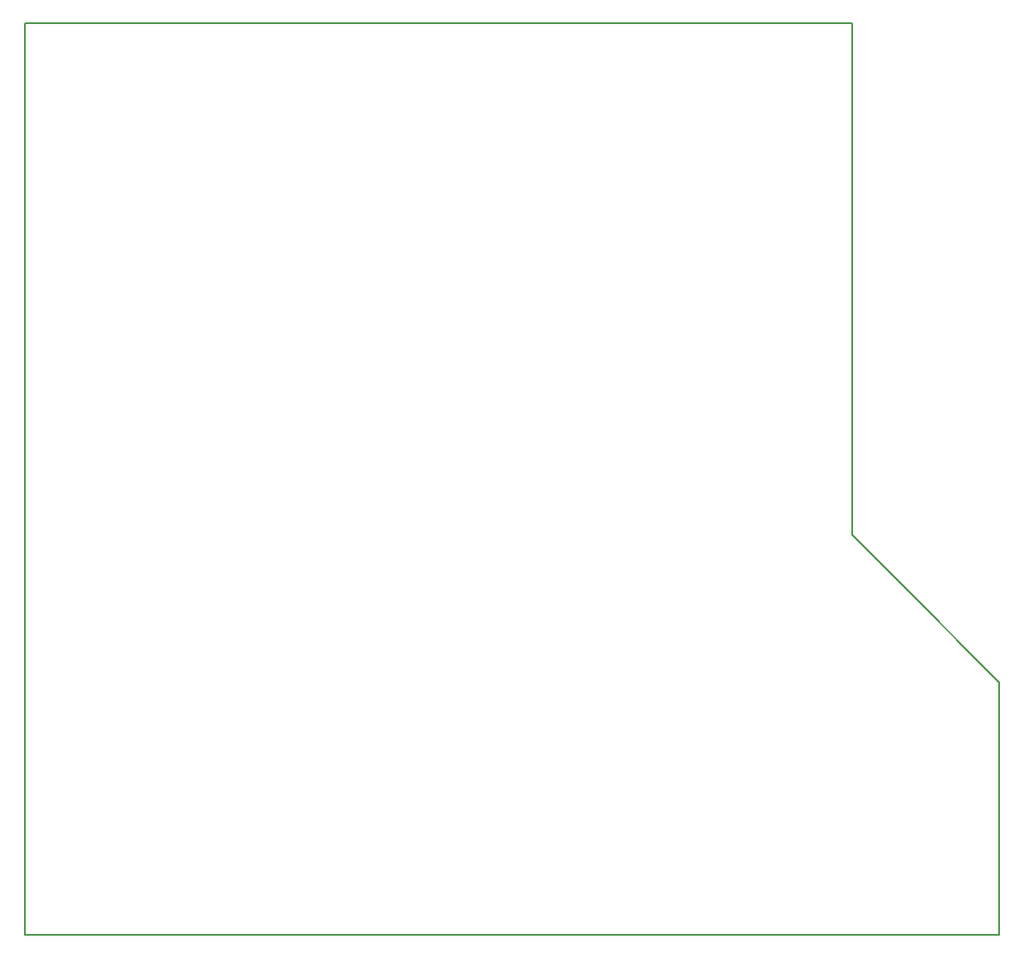
<source format=gm1>
G04 #@! TF.GenerationSoftware,KiCad,Pcbnew,no-vcs-found-0ee38bc~61~ubuntu17.04.1*
G04 #@! TF.CreationDate,2018-06-06T16:24:28-04:00*
G04 #@! TF.ProjectId,Balloon_bus,42616C6C6F6F6E5F6275732E6B696361,rev?*
G04 #@! TF.SameCoordinates,Original*
G04 #@! TF.FileFunction,Profile,NP*
%FSLAX46Y46*%
G04 Gerber Fmt 4.6, Leading zero omitted, Abs format (unit mm)*
G04 Created by KiCad (PCBNEW no-vcs-found-0ee38bc~61~ubuntu17.04.1) date Wed Jun  6 16:24:28 2018*
%MOMM*%
%LPD*%
G01*
G04 APERTURE LIST*
%ADD10C,0.150000*%
G04 APERTURE END LIST*
D10*
X196493100Y-149890000D02*
X100481100Y-149890000D01*
X182000000Y-60000000D02*
X182000000Y-110500000D01*
X186500000Y-115000000D02*
X182000000Y-110500000D01*
X196500000Y-125000000D02*
X186500000Y-115000000D01*
X100481100Y-59999800D02*
X100481100Y-60000400D01*
X100481100Y-60000400D02*
X100481100Y-149880400D01*
X196493100Y-149880400D02*
X196493100Y-125000000D01*
X100481100Y-60000400D02*
X182000000Y-60000400D01*
M02*

</source>
